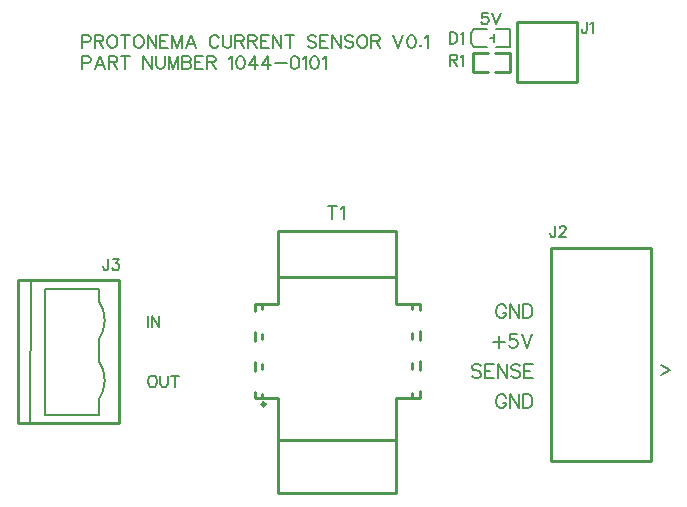
<source format=gto>
G04 Layer: TopSilkscreenLayer*
G04 Panelize: , Column: 2, Row: 2, Board Size: 58.42mm x 58.42mm, Panelized Board Size: 118.84mm x 118.84mm*
G04 EasyEDA v6.5.32, 2023-07-25 14:04:49*
G04 2db8e41404b945f8aa85a1d49205427a,5a6b42c53f6a479593ecc07194224c93,10*
G04 Gerber Generator version 0.2*
G04 Scale: 100 percent, Rotated: No, Reflected: No *
G04 Dimensions in millimeters *
G04 leading zeros omitted , absolute positions ,4 integer and 5 decimal *
%FSLAX45Y45*%
%MOMM*%

%ADD10C,0.1524*%
%ADD11C,0.1270*%
%ADD12C,0.2540*%
%ADD13C,0.1500*%

%LPD*%
D10*
X762000Y5423915D02*
G01*
X762000Y5314950D01*
X762000Y5423915D02*
G01*
X808736Y5423915D01*
X824229Y5418836D01*
X829563Y5413502D01*
X834644Y5403087D01*
X834644Y5387594D01*
X829563Y5377179D01*
X824229Y5372100D01*
X808736Y5366765D01*
X762000Y5366765D01*
X910589Y5423915D02*
G01*
X868934Y5314950D01*
X910589Y5423915D02*
G01*
X952245Y5314950D01*
X884681Y5351271D02*
G01*
X936497Y5351271D01*
X986536Y5423915D02*
G01*
X986536Y5314950D01*
X986536Y5423915D02*
G01*
X1033271Y5423915D01*
X1048765Y5418836D01*
X1054100Y5413502D01*
X1059179Y5403087D01*
X1059179Y5392673D01*
X1054100Y5382260D01*
X1048765Y5377179D01*
X1033271Y5372100D01*
X986536Y5372100D01*
X1022857Y5372100D02*
G01*
X1059179Y5314950D01*
X1129792Y5423915D02*
G01*
X1129792Y5314950D01*
X1093470Y5423915D02*
G01*
X1166113Y5423915D01*
X1280413Y5423915D02*
G01*
X1280413Y5314950D01*
X1280413Y5423915D02*
G01*
X1353312Y5314950D01*
X1353312Y5423915D02*
G01*
X1353312Y5314950D01*
X1387602Y5423915D02*
G01*
X1387602Y5345937D01*
X1392681Y5330444D01*
X1403095Y5320029D01*
X1418589Y5314950D01*
X1429004Y5314950D01*
X1444752Y5320029D01*
X1455165Y5330444D01*
X1460245Y5345937D01*
X1460245Y5423915D01*
X1494536Y5423915D02*
G01*
X1494536Y5314950D01*
X1494536Y5423915D02*
G01*
X1536192Y5314950D01*
X1577594Y5423915D02*
G01*
X1536192Y5314950D01*
X1577594Y5423915D02*
G01*
X1577594Y5314950D01*
X1611884Y5423915D02*
G01*
X1611884Y5314950D01*
X1611884Y5423915D02*
G01*
X1658620Y5423915D01*
X1674368Y5418836D01*
X1679447Y5413502D01*
X1684781Y5403087D01*
X1684781Y5392673D01*
X1679447Y5382260D01*
X1674368Y5377179D01*
X1658620Y5372100D01*
X1611884Y5372100D02*
G01*
X1658620Y5372100D01*
X1674368Y5366765D01*
X1679447Y5361686D01*
X1684781Y5351271D01*
X1684781Y5335523D01*
X1679447Y5325110D01*
X1674368Y5320029D01*
X1658620Y5314950D01*
X1611884Y5314950D01*
X1719071Y5423915D02*
G01*
X1719071Y5314950D01*
X1719071Y5423915D02*
G01*
X1786636Y5423915D01*
X1719071Y5372100D02*
G01*
X1760473Y5372100D01*
X1719071Y5314950D02*
G01*
X1786636Y5314950D01*
X1820926Y5423915D02*
G01*
X1820926Y5314950D01*
X1820926Y5423915D02*
G01*
X1867662Y5423915D01*
X1883155Y5418836D01*
X1888489Y5413502D01*
X1893570Y5403087D01*
X1893570Y5392673D01*
X1888489Y5382260D01*
X1883155Y5377179D01*
X1867662Y5372100D01*
X1820926Y5372100D01*
X1857247Y5372100D02*
G01*
X1893570Y5314950D01*
X2007870Y5403087D02*
G01*
X2018284Y5408421D01*
X2033777Y5423915D01*
X2033777Y5314950D01*
X2099309Y5423915D02*
G01*
X2083815Y5418836D01*
X2073402Y5403087D01*
X2068068Y5377179D01*
X2068068Y5361686D01*
X2073402Y5335523D01*
X2083815Y5320029D01*
X2099309Y5314950D01*
X2109724Y5314950D01*
X2125218Y5320029D01*
X2135631Y5335523D01*
X2140965Y5361686D01*
X2140965Y5377179D01*
X2135631Y5403087D01*
X2125218Y5418836D01*
X2109724Y5423915D01*
X2099309Y5423915D01*
X2227072Y5423915D02*
G01*
X2175256Y5351271D01*
X2252979Y5351271D01*
X2227072Y5423915D02*
G01*
X2227072Y5314950D01*
X2339340Y5423915D02*
G01*
X2287270Y5351271D01*
X2365247Y5351271D01*
X2339340Y5423915D02*
G01*
X2339340Y5314950D01*
X2399538Y5361686D02*
G01*
X2493009Y5361686D01*
X2558541Y5423915D02*
G01*
X2543047Y5418836D01*
X2532634Y5403087D01*
X2527300Y5377179D01*
X2527300Y5361686D01*
X2532634Y5335523D01*
X2543047Y5320029D01*
X2558541Y5314950D01*
X2568956Y5314950D01*
X2584450Y5320029D01*
X2594863Y5335523D01*
X2600197Y5361686D01*
X2600197Y5377179D01*
X2594863Y5403087D01*
X2584450Y5418836D01*
X2568956Y5423915D01*
X2558541Y5423915D01*
X2634488Y5403087D02*
G01*
X2644902Y5408421D01*
X2660395Y5423915D01*
X2660395Y5314950D01*
X2725927Y5423915D02*
G01*
X2710179Y5418836D01*
X2700020Y5403087D01*
X2694686Y5377179D01*
X2694686Y5361686D01*
X2700020Y5335523D01*
X2710179Y5320029D01*
X2725927Y5314950D01*
X2736341Y5314950D01*
X2751836Y5320029D01*
X2762250Y5335523D01*
X2767329Y5361686D01*
X2767329Y5377179D01*
X2762250Y5403087D01*
X2751836Y5418836D01*
X2736341Y5423915D01*
X2725927Y5423915D01*
X2801620Y5403087D02*
G01*
X2812034Y5408421D01*
X2827781Y5423915D01*
X2827781Y5314950D01*
X762000Y5601715D02*
G01*
X762000Y5492750D01*
X762000Y5601715D02*
G01*
X808736Y5601715D01*
X824229Y5596636D01*
X829563Y5591302D01*
X834644Y5580887D01*
X834644Y5565394D01*
X829563Y5554979D01*
X824229Y5549900D01*
X808736Y5544565D01*
X762000Y5544565D01*
X868934Y5601715D02*
G01*
X868934Y5492750D01*
X868934Y5601715D02*
G01*
X915670Y5601715D01*
X931418Y5596636D01*
X936497Y5591302D01*
X941831Y5580887D01*
X941831Y5570473D01*
X936497Y5560060D01*
X931418Y5554979D01*
X915670Y5549900D01*
X868934Y5549900D01*
X905510Y5549900D02*
G01*
X941831Y5492750D01*
X1007110Y5601715D02*
G01*
X996950Y5596636D01*
X986536Y5586221D01*
X981202Y5575807D01*
X976121Y5560060D01*
X976121Y5534152D01*
X981202Y5518657D01*
X986536Y5508244D01*
X996950Y5497829D01*
X1007110Y5492750D01*
X1027937Y5492750D01*
X1038352Y5497829D01*
X1048765Y5508244D01*
X1054100Y5518657D01*
X1059179Y5534152D01*
X1059179Y5560060D01*
X1054100Y5575807D01*
X1048765Y5586221D01*
X1038352Y5596636D01*
X1027937Y5601715D01*
X1007110Y5601715D01*
X1129792Y5601715D02*
G01*
X1129792Y5492750D01*
X1093470Y5601715D02*
G01*
X1166113Y5601715D01*
X1231645Y5601715D02*
G01*
X1221231Y5596636D01*
X1210818Y5586221D01*
X1205737Y5575807D01*
X1200404Y5560060D01*
X1200404Y5534152D01*
X1205737Y5518657D01*
X1210818Y5508244D01*
X1221231Y5497829D01*
X1231645Y5492750D01*
X1252473Y5492750D01*
X1262887Y5497829D01*
X1273302Y5508244D01*
X1278381Y5518657D01*
X1283715Y5534152D01*
X1283715Y5560060D01*
X1278381Y5575807D01*
X1273302Y5586221D01*
X1262887Y5596636D01*
X1252473Y5601715D01*
X1231645Y5601715D01*
X1318005Y5601715D02*
G01*
X1318005Y5492750D01*
X1318005Y5601715D02*
G01*
X1390650Y5492750D01*
X1390650Y5601715D02*
G01*
X1390650Y5492750D01*
X1424939Y5601715D02*
G01*
X1424939Y5492750D01*
X1424939Y5601715D02*
G01*
X1492504Y5601715D01*
X1424939Y5549900D02*
G01*
X1466595Y5549900D01*
X1424939Y5492750D02*
G01*
X1492504Y5492750D01*
X1526794Y5601715D02*
G01*
X1526794Y5492750D01*
X1526794Y5601715D02*
G01*
X1568450Y5492750D01*
X1609852Y5601715D02*
G01*
X1568450Y5492750D01*
X1609852Y5601715D02*
G01*
X1609852Y5492750D01*
X1685797Y5601715D02*
G01*
X1644142Y5492750D01*
X1685797Y5601715D02*
G01*
X1727200Y5492750D01*
X1659889Y5529071D02*
G01*
X1711705Y5529071D01*
X1919478Y5575807D02*
G01*
X1914397Y5586221D01*
X1903984Y5596636D01*
X1893570Y5601715D01*
X1872742Y5601715D01*
X1862328Y5596636D01*
X1851913Y5586221D01*
X1846834Y5575807D01*
X1841500Y5560060D01*
X1841500Y5534152D01*
X1846834Y5518657D01*
X1851913Y5508244D01*
X1862328Y5497829D01*
X1872742Y5492750D01*
X1893570Y5492750D01*
X1903984Y5497829D01*
X1914397Y5508244D01*
X1919478Y5518657D01*
X1953768Y5601715D02*
G01*
X1953768Y5523737D01*
X1959102Y5508244D01*
X1969515Y5497829D01*
X1985009Y5492750D01*
X1995424Y5492750D01*
X2010918Y5497829D01*
X2021331Y5508244D01*
X2026665Y5523737D01*
X2026665Y5601715D01*
X2060956Y5601715D02*
G01*
X2060956Y5492750D01*
X2060956Y5601715D02*
G01*
X2107691Y5601715D01*
X2123186Y5596636D01*
X2128520Y5591302D01*
X2133600Y5580887D01*
X2133600Y5570473D01*
X2128520Y5560060D01*
X2123186Y5554979D01*
X2107691Y5549900D01*
X2060956Y5549900D01*
X2097277Y5549900D02*
G01*
X2133600Y5492750D01*
X2167890Y5601715D02*
G01*
X2167890Y5492750D01*
X2167890Y5601715D02*
G01*
X2214625Y5601715D01*
X2230120Y5596636D01*
X2235454Y5591302D01*
X2240534Y5580887D01*
X2240534Y5570473D01*
X2235454Y5560060D01*
X2230120Y5554979D01*
X2214625Y5549900D01*
X2167890Y5549900D01*
X2204211Y5549900D02*
G01*
X2240534Y5492750D01*
X2274824Y5601715D02*
G01*
X2274824Y5492750D01*
X2274824Y5601715D02*
G01*
X2342388Y5601715D01*
X2274824Y5549900D02*
G01*
X2316479Y5549900D01*
X2274824Y5492750D02*
G01*
X2342388Y5492750D01*
X2376677Y5601715D02*
G01*
X2376677Y5492750D01*
X2376677Y5601715D02*
G01*
X2449575Y5492750D01*
X2449575Y5601715D02*
G01*
X2449575Y5492750D01*
X2520188Y5601715D02*
G01*
X2520188Y5492750D01*
X2483865Y5601715D02*
G01*
X2556509Y5601715D01*
X2743454Y5586221D02*
G01*
X2733040Y5596636D01*
X2717545Y5601715D01*
X2696718Y5601715D01*
X2681224Y5596636D01*
X2670809Y5586221D01*
X2670809Y5575807D01*
X2675890Y5565394D01*
X2681224Y5560060D01*
X2691638Y5554979D01*
X2722879Y5544565D01*
X2733040Y5539486D01*
X2738374Y5534152D01*
X2743454Y5523737D01*
X2743454Y5508244D01*
X2733040Y5497829D01*
X2717545Y5492750D01*
X2696718Y5492750D01*
X2681224Y5497829D01*
X2670809Y5508244D01*
X2777743Y5601715D02*
G01*
X2777743Y5492750D01*
X2777743Y5601715D02*
G01*
X2845308Y5601715D01*
X2777743Y5549900D02*
G01*
X2819400Y5549900D01*
X2777743Y5492750D02*
G01*
X2845308Y5492750D01*
X2879597Y5601715D02*
G01*
X2879597Y5492750D01*
X2879597Y5601715D02*
G01*
X2952495Y5492750D01*
X2952495Y5601715D02*
G01*
X2952495Y5492750D01*
X3059429Y5586221D02*
G01*
X3049015Y5596636D01*
X3033522Y5601715D01*
X3012693Y5601715D01*
X2997200Y5596636D01*
X2986786Y5586221D01*
X2986786Y5575807D01*
X2991865Y5565394D01*
X2997200Y5560060D01*
X3007359Y5554979D01*
X3038602Y5544565D01*
X3049015Y5539486D01*
X3054350Y5534152D01*
X3059429Y5523737D01*
X3059429Y5508244D01*
X3049015Y5497829D01*
X3033522Y5492750D01*
X3012693Y5492750D01*
X2997200Y5497829D01*
X2986786Y5508244D01*
X3124961Y5601715D02*
G01*
X3114547Y5596636D01*
X3104134Y5586221D01*
X3098800Y5575807D01*
X3093720Y5560060D01*
X3093720Y5534152D01*
X3098800Y5518657D01*
X3104134Y5508244D01*
X3114547Y5497829D01*
X3124961Y5492750D01*
X3145790Y5492750D01*
X3155950Y5497829D01*
X3166363Y5508244D01*
X3171697Y5518657D01*
X3176777Y5534152D01*
X3176777Y5560060D01*
X3171697Y5575807D01*
X3166363Y5586221D01*
X3155950Y5596636D01*
X3145790Y5601715D01*
X3124961Y5601715D01*
X3211068Y5601715D02*
G01*
X3211068Y5492750D01*
X3211068Y5601715D02*
G01*
X3257804Y5601715D01*
X3273552Y5596636D01*
X3278631Y5591302D01*
X3283965Y5580887D01*
X3283965Y5570473D01*
X3278631Y5560060D01*
X3273552Y5554979D01*
X3257804Y5549900D01*
X3211068Y5549900D01*
X3247390Y5549900D02*
G01*
X3283965Y5492750D01*
X3398265Y5601715D02*
G01*
X3439668Y5492750D01*
X3481324Y5601715D02*
G01*
X3439668Y5492750D01*
X3546856Y5601715D02*
G01*
X3531108Y5596636D01*
X3520693Y5580887D01*
X3515613Y5554979D01*
X3515613Y5539486D01*
X3520693Y5513323D01*
X3531108Y5497829D01*
X3546856Y5492750D01*
X3557270Y5492750D01*
X3572763Y5497829D01*
X3583177Y5513323D01*
X3588258Y5539486D01*
X3588258Y5554979D01*
X3583177Y5580887D01*
X3572763Y5596636D01*
X3557270Y5601715D01*
X3546856Y5601715D01*
X3627881Y5518657D02*
G01*
X3622547Y5513323D01*
X3627881Y5508244D01*
X3632961Y5513323D01*
X3627881Y5518657D01*
X3667252Y5580887D02*
G01*
X3677665Y5586221D01*
X3693159Y5601715D01*
X3693159Y5492750D01*
X4194797Y5790427D02*
G01*
X4149331Y5790427D01*
X4144759Y5749533D01*
X4149331Y5754105D01*
X4162793Y5758677D01*
X4176509Y5758677D01*
X4190225Y5754105D01*
X4199369Y5744961D01*
X4203941Y5731499D01*
X4203941Y5722355D01*
X4199369Y5708639D01*
X4190225Y5699495D01*
X4176509Y5694923D01*
X4162793Y5694923D01*
X4149331Y5699495D01*
X4144759Y5704067D01*
X4140187Y5713211D01*
X4233913Y5790427D02*
G01*
X4270235Y5694923D01*
X4306557Y5790427D02*
G01*
X4270235Y5694923D01*
X4769865Y3987037D02*
G01*
X4769865Y3914394D01*
X4765293Y3900678D01*
X4760722Y3896105D01*
X4751577Y3891534D01*
X4742688Y3891534D01*
X4733543Y3896105D01*
X4728972Y3900678D01*
X4724400Y3914394D01*
X4724400Y3923537D01*
X4804409Y3964431D02*
G01*
X4804409Y3969004D01*
X4808981Y3977894D01*
X4813554Y3982465D01*
X4822697Y3987037D01*
X4840731Y3987037D01*
X4849875Y3982465D01*
X4854447Y3977894D01*
X4859020Y3969004D01*
X4859020Y3959860D01*
X4854447Y3950715D01*
X4845304Y3937000D01*
X4799838Y3891534D01*
X4863591Y3891534D01*
X4348980Y3294118D02*
G01*
X4343646Y3305040D01*
X4332724Y3315962D01*
X4321802Y3321550D01*
X4299958Y3321550D01*
X4289036Y3315962D01*
X4278114Y3305040D01*
X4272526Y3294118D01*
X4267192Y3277862D01*
X4267192Y3250684D01*
X4272526Y3234174D01*
X4278114Y3223252D01*
X4289036Y3212330D01*
X4299958Y3206996D01*
X4321802Y3206996D01*
X4332724Y3212330D01*
X4343646Y3223252D01*
X4348980Y3234174D01*
X4348980Y3250684D01*
X4321802Y3250684D02*
G01*
X4348980Y3250684D01*
X4385048Y3321550D02*
G01*
X4385048Y3206996D01*
X4385048Y3321550D02*
G01*
X4461248Y3206996D01*
X4461248Y3321550D02*
G01*
X4461248Y3206996D01*
X4497316Y3321550D02*
G01*
X4497316Y3206996D01*
X4497316Y3321550D02*
G01*
X4535670Y3321550D01*
X4551926Y3315962D01*
X4562848Y3305040D01*
X4568182Y3294118D01*
X4573770Y3277862D01*
X4573770Y3250684D01*
X4568182Y3234174D01*
X4562848Y3223252D01*
X4551926Y3212330D01*
X4535670Y3206996D01*
X4497316Y3206996D01*
X4348980Y2532120D02*
G01*
X4343646Y2543042D01*
X4332724Y2553964D01*
X4321802Y2559552D01*
X4299958Y2559552D01*
X4289036Y2553964D01*
X4278114Y2543042D01*
X4272526Y2532120D01*
X4267192Y2515864D01*
X4267192Y2488686D01*
X4272526Y2472176D01*
X4278114Y2461254D01*
X4289036Y2450332D01*
X4299958Y2444998D01*
X4321802Y2444998D01*
X4332724Y2450332D01*
X4343646Y2461254D01*
X4348980Y2472176D01*
X4348980Y2488686D01*
X4321802Y2488686D02*
G01*
X4348980Y2488686D01*
X4385048Y2559552D02*
G01*
X4385048Y2444998D01*
X4385048Y2559552D02*
G01*
X4461248Y2444998D01*
X4461248Y2559552D02*
G01*
X4461248Y2444998D01*
X4497316Y2559552D02*
G01*
X4497316Y2444998D01*
X4497316Y2559552D02*
G01*
X4535670Y2559552D01*
X4551926Y2553964D01*
X4562848Y2543042D01*
X4568182Y2532120D01*
X4573770Y2515864D01*
X4573770Y2488686D01*
X4568182Y2472176D01*
X4562848Y2461254D01*
X4551926Y2450332D01*
X4535670Y2444998D01*
X4497316Y2444998D01*
X4290814Y3051042D02*
G01*
X4290814Y2952998D01*
X4241792Y3002020D02*
G01*
X4340090Y3002020D01*
X4441436Y3067552D02*
G01*
X4386826Y3067552D01*
X4381492Y3018276D01*
X4386826Y3023864D01*
X4403336Y3029198D01*
X4419592Y3029198D01*
X4435848Y3023864D01*
X4446770Y3012942D01*
X4452358Y2996686D01*
X4452358Y2985764D01*
X4446770Y2969254D01*
X4435848Y2958332D01*
X4419592Y2952998D01*
X4403336Y2952998D01*
X4386826Y2958332D01*
X4381492Y2963920D01*
X4375904Y2974842D01*
X4488426Y3067552D02*
G01*
X4531860Y2952998D01*
X4575548Y3067552D02*
G01*
X4531860Y2952998D01*
X4140446Y2797042D02*
G01*
X4129524Y2807964D01*
X4113014Y2813552D01*
X4091170Y2813552D01*
X4074914Y2807964D01*
X4063992Y2797042D01*
X4063992Y2786120D01*
X4069326Y2775198D01*
X4074914Y2769864D01*
X4085836Y2764276D01*
X4118602Y2753608D01*
X4129524Y2748020D01*
X4134858Y2742686D01*
X4140446Y2731764D01*
X4140446Y2715254D01*
X4129524Y2704332D01*
X4113014Y2698998D01*
X4091170Y2698998D01*
X4074914Y2704332D01*
X4063992Y2715254D01*
X4176260Y2813552D02*
G01*
X4176260Y2698998D01*
X4176260Y2813552D02*
G01*
X4247380Y2813552D01*
X4176260Y2758942D02*
G01*
X4219948Y2758942D01*
X4176260Y2698998D02*
G01*
X4247380Y2698998D01*
X4283194Y2813552D02*
G01*
X4283194Y2698998D01*
X4283194Y2813552D02*
G01*
X4359648Y2698998D01*
X4359648Y2813552D02*
G01*
X4359648Y2698998D01*
X4471916Y2797042D02*
G01*
X4460994Y2807964D01*
X4444738Y2813552D01*
X4422894Y2813552D01*
X4406638Y2807964D01*
X4395716Y2797042D01*
X4395716Y2786120D01*
X4401050Y2775198D01*
X4406638Y2769864D01*
X4417560Y2764276D01*
X4450072Y2753608D01*
X4460994Y2748020D01*
X4466582Y2742686D01*
X4471916Y2731764D01*
X4471916Y2715254D01*
X4460994Y2704332D01*
X4444738Y2698998D01*
X4422894Y2698998D01*
X4406638Y2704332D01*
X4395716Y2715254D01*
X4507984Y2813552D02*
G01*
X4507984Y2698998D01*
X4507984Y2813552D02*
G01*
X4578850Y2813552D01*
X4507984Y2758942D02*
G01*
X4551672Y2758942D01*
X4507984Y2698998D02*
G01*
X4578850Y2698998D01*
X1320800Y3225037D02*
G01*
X1320800Y3129534D01*
X1350771Y3225037D02*
G01*
X1350771Y3129534D01*
X1350771Y3225037D02*
G01*
X1414526Y3129534D01*
X1414526Y3225037D02*
G01*
X1414526Y3129534D01*
X1347978Y2717037D02*
G01*
X1339087Y2712465D01*
X1329944Y2703576D01*
X1325371Y2694431D01*
X1320800Y2680715D01*
X1320800Y2658110D01*
X1325371Y2644394D01*
X1329944Y2635250D01*
X1339087Y2626105D01*
X1347978Y2621534D01*
X1366265Y2621534D01*
X1375410Y2626105D01*
X1384554Y2635250D01*
X1388871Y2644394D01*
X1393444Y2658110D01*
X1393444Y2680715D01*
X1388871Y2694431D01*
X1384554Y2703576D01*
X1375410Y2712465D01*
X1366265Y2717037D01*
X1347978Y2717037D01*
X1423415Y2717037D02*
G01*
X1423415Y2648965D01*
X1427987Y2635250D01*
X1437131Y2626105D01*
X1450847Y2621534D01*
X1459992Y2621534D01*
X1473454Y2626105D01*
X1482597Y2635250D01*
X1487170Y2648965D01*
X1487170Y2717037D01*
X1548892Y2717037D02*
G01*
X1548892Y2621534D01*
X1517142Y2717037D02*
G01*
X1580895Y2717037D01*
X5664200Y2805176D02*
G01*
X5736843Y2764281D01*
X5664200Y2723134D01*
X5036565Y5714237D02*
G01*
X5036565Y5641594D01*
X5031993Y5627878D01*
X5027422Y5623305D01*
X5018277Y5618734D01*
X5009388Y5618734D01*
X5000243Y5623305D01*
X4995672Y5627878D01*
X4991100Y5641594D01*
X4991100Y5650737D01*
X5066538Y5696204D02*
G01*
X5075681Y5700776D01*
X5089397Y5714237D01*
X5089397Y5618734D01*
X985263Y3707630D02*
G01*
X985263Y3634986D01*
X980691Y3621270D01*
X976119Y3616698D01*
X966975Y3612126D01*
X958085Y3612126D01*
X948941Y3616698D01*
X944369Y3621270D01*
X939797Y3634986D01*
X939797Y3644130D01*
X1024379Y3707630D02*
G01*
X1074417Y3707630D01*
X1046985Y3671308D01*
X1060701Y3671308D01*
X1069845Y3666736D01*
X1074417Y3662164D01*
X1078989Y3648702D01*
X1078989Y3639558D01*
X1074417Y3625842D01*
X1065273Y3616698D01*
X1051557Y3612126D01*
X1038095Y3612126D01*
X1024379Y3616698D01*
X1019807Y3621270D01*
X1015235Y3630414D01*
X2881122Y4153915D02*
G01*
X2881122Y4044950D01*
X2844800Y4153915D02*
G01*
X2917443Y4153915D01*
X2951734Y4133087D02*
G01*
X2962147Y4138421D01*
X2977895Y4153915D01*
X2977895Y4044950D01*
X3873500Y5625337D02*
G01*
X3873500Y5529834D01*
X3873500Y5625337D02*
G01*
X3905250Y5625337D01*
X3918965Y5620765D01*
X3928109Y5611876D01*
X3932681Y5602731D01*
X3937254Y5589015D01*
X3937254Y5566410D01*
X3932681Y5552694D01*
X3928109Y5543550D01*
X3918965Y5534405D01*
X3905250Y5529834D01*
X3873500Y5529834D01*
X3967225Y5607304D02*
G01*
X3976115Y5611876D01*
X3989831Y5625337D01*
X3989831Y5529834D01*
X3873505Y5434837D02*
G01*
X3873505Y5339334D01*
X3873505Y5434837D02*
G01*
X3914393Y5434837D01*
X3928109Y5430265D01*
X3932681Y5425694D01*
X3937256Y5416804D01*
X3937256Y5407660D01*
X3932681Y5398515D01*
X3928109Y5393944D01*
X3914393Y5389371D01*
X3873505Y5389371D01*
X3905255Y5389371D02*
G01*
X3937256Y5339334D01*
X3967225Y5416804D02*
G01*
X3976115Y5421376D01*
X3989831Y5434837D01*
X3989831Y5339334D01*
D11*
X328500Y3528997D02*
G01*
X318500Y2312997D01*
X901700Y3022597D02*
G01*
X901700Y2844797D01*
X901700Y2514597D02*
G01*
X901700Y2387597D01*
X901700Y3352797D02*
G01*
X901700Y3454397D01*
X444500Y3454397D01*
X444500Y2387597D01*
X901700Y2387597D01*
D12*
X1078509Y3528997D02*
G01*
X1078509Y2312997D01*
X218516Y2312997D01*
X218516Y3528997D01*
X1078509Y3528997D01*
X3555994Y3327394D02*
G01*
X3428994Y3327394D01*
X3619494Y3275131D02*
G01*
X3619494Y3327394D01*
X3619494Y3021131D02*
G01*
X3619494Y3100257D01*
X3619494Y2767131D02*
G01*
X3619494Y2846257D01*
X3619494Y2552694D02*
G01*
X3619494Y2592257D01*
X3555994Y2527294D02*
G01*
X3619494Y2527294D01*
X3619494Y2552694D01*
X3555994Y3327394D02*
G01*
X3619494Y3327394D01*
X3555994Y2571577D02*
G01*
X3555994Y2527294D01*
X3555994Y2825577D02*
G01*
X3555994Y2787804D01*
X3555994Y3079577D02*
G01*
X3555994Y3041804D01*
X3555994Y3327394D02*
G01*
X3555994Y3295804D01*
X2222494Y2579555D02*
G01*
X2222494Y2527294D01*
X2222494Y2833555D02*
G01*
X2222494Y2754434D01*
X2222494Y3087555D02*
G01*
X2222494Y3008434D01*
X2222494Y3301994D02*
G01*
X2222494Y3262434D01*
X2285994Y3327394D02*
G01*
X2222494Y3327394D01*
X2222494Y3301994D01*
X2285994Y2527294D02*
G01*
X2222494Y2527294D01*
X3555994Y3283110D02*
G01*
X3555994Y3327394D01*
X3555994Y3029110D02*
G01*
X3555994Y3066882D01*
X3555994Y2775110D02*
G01*
X3555994Y2812882D01*
X3555994Y2527294D02*
G01*
X3555994Y2558882D01*
X2285994Y3283110D02*
G01*
X2285994Y3327394D01*
X2285994Y3029110D02*
G01*
X2285994Y3066882D01*
X2285994Y2775110D02*
G01*
X2285994Y2812882D01*
X2285994Y2527294D02*
G01*
X2285994Y2558882D01*
X3428994Y2527294D02*
G01*
X3555994Y2527294D01*
X2285994Y3327394D02*
G01*
X2412994Y3327394D01*
X2412994Y2527294D02*
G01*
X2285994Y2527294D01*
X2420995Y3553546D02*
G01*
X3420993Y3553546D01*
X2420995Y2170656D02*
G01*
X3420993Y2170656D01*
X3420993Y3940992D02*
G01*
X3420993Y3327394D01*
X3420993Y1720994D02*
G01*
X3420993Y2527294D01*
X2420995Y3940992D02*
G01*
X2420995Y3327394D01*
X2420995Y1720994D02*
G01*
X2420995Y2527294D01*
X2420995Y3940992D02*
G01*
X3420993Y3940992D01*
X2420995Y1720994D02*
G01*
X3420993Y1720994D01*
D13*
X4246100Y5575523D02*
G01*
X4212099Y5575523D01*
X4054093Y5540296D02*
G01*
X4054093Y5530293D01*
X4084088Y5500291D01*
X4269094Y5650298D02*
G01*
X4384098Y5650298D01*
X4269094Y5500291D02*
G01*
X4384098Y5500291D01*
X4189097Y5650298D02*
G01*
X4084088Y5650298D01*
X4189097Y5500291D02*
G01*
X4084088Y5500291D01*
X4384098Y5650285D02*
G01*
X4384098Y5502295D01*
X4054093Y5610288D02*
G01*
X4054093Y5540296D01*
X4054093Y5610288D02*
G01*
X4054093Y5620303D01*
X4084088Y5650298D01*
X4246100Y5610296D02*
G01*
X4246100Y5542297D01*
D12*
X4074038Y5291587D02*
G01*
X4074038Y5451591D01*
X4384098Y5292097D02*
G01*
X4384098Y5452102D01*
X4199034Y5451591D02*
G01*
X4074038Y5451591D01*
X4199034Y5291587D02*
G01*
X4074038Y5291587D01*
X4259097Y5452102D02*
G01*
X4384098Y5452102D01*
X4259097Y5292097D02*
G01*
X4384098Y5292097D01*
D11*
G75*
G01*
X901700Y2844797D02*
G02*
X901700Y2514597I-233399J-165100D01*
G75*
G01*
X901700Y3352797D02*
G02*
X901700Y3022597I-233399J-165100D01*
D12*
G75*
G01
X2316658Y2476500D02*
G03X2316658Y2476500I-17958J0D01*
X4445000Y5715000D02*
G01*
X4953000Y5715000D01*
X4953000Y5207000D01*
X4445000Y5207000D01*
X4445000Y5715000D01*
X4731207Y3794887D02*
G01*
X5581218Y3794887D01*
X5581218Y1994890D01*
X4731207Y1994890D01*
X4731207Y3794887D01*
M02*

</source>
